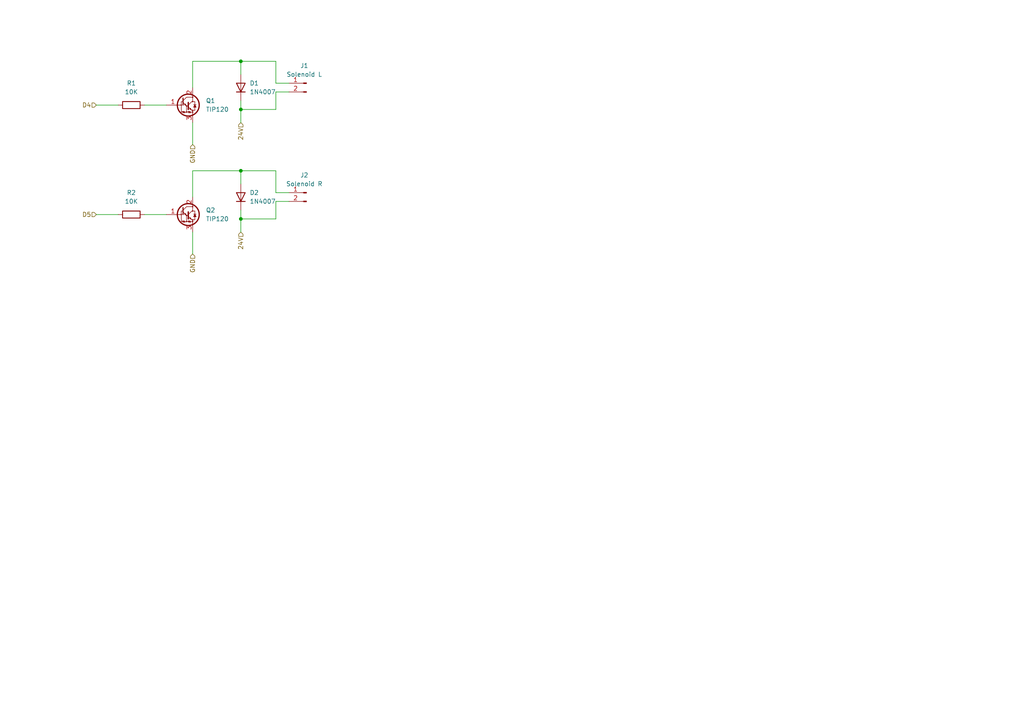
<source format=kicad_sch>
(kicad_sch (version 20231120) (generator "eeschema") (generator_version "8.0")
  (paper "A4")
  (lib_symbols
    (symbol "Connector:Conn_01x02_Pin" (pin_names (offset 1.016) hide)
      (property "Reference" "J" (at 0 2.54 0))
      (property "Value" "Conn_01x02_Pin" (at 0 -5.08 0))
      (symbol "Conn_01x02_Pin_1_1"
        (polyline (pts (xy 1.27 -2.54) (xy 0.8636 -2.54)) (stroke (width 0.1524)))
        (polyline (pts (xy 1.27 0) (xy 0.8636 0)) (stroke (width 0.1524)))
        (rectangle (start 0.8636 -2.413) (end 0 -2.667) (stroke (width 0.1524)) (fill (type outline)))
        (rectangle (start 0.8636 0.127) (end 0 -0.127) (stroke (width 0.1524)) (fill (type outline)))
        (pin passive line (at 5.08 0 180) (length 3.81) (name "Pin_1") (number "1"))
        (pin passive line (at 5.08 -2.54 180) (length 3.81) (name "Pin_2") (number "2"))
      )
    )
    (symbol "Device:R" (pin_numbers hide) (pin_names (offset 0))
      (property "Reference" "R" (at 2.032 0 90))
      (property "Value" "R" (at 0 0 90))
      (symbol "R_0_1"
        (rectangle (start -1.016 -2.54) (end 1.016 2.54) (stroke (width 0.254)))
      )
      (symbol "R_1_1"
        (pin passive line (at 0 3.81 270) (length 1.27) (name "~") (number "1"))
        (pin passive line (at 0 -3.81 90) (length 1.27) (name "~") (number "2"))
      )
    )
    (symbol "Diode:1N4007" (pin_numbers hide) (pin_names hide)
      (property "Reference" "D" (at 0 2.54 0))
      (property "Value" "1N4007" (at 0 -2.54 0))
      (symbol "1N4007_0_1"
        (polyline (pts (xy -1.27 1.27) (xy -1.27 -1.27)) (stroke (width 0.254)))
        (polyline (pts (xy 1.27 0) (xy -1.27 0)))
        (polyline (pts (xy 1.27 1.27) (xy 1.27 -1.27) (xy -1.27 0) (xy 1.27 1.27)) (stroke (width 0.254)))
      )
      (symbol "1N4007_1_1"
        (pin passive line (at -3.81 0 0) (length 2.54) (name "K") (number "1"))
        (pin passive line (at 3.81 0 180) (length 2.54) (name "A") (number "2"))
      )
    )
    (symbol "Transistor_BJT:TIP120" (pin_names (offset 0) hide)
      (property "Reference" "Q" (at 5.08 1.905 0))
      (property "Value" "TIP120" (at 5.08 0 0))
      (symbol "TIP120_0_1"
        (circle (center -0.762 0) (radius 0.127))
        (polyline (pts (xy -1.27 0) (xy -0.889 0)))
        (polyline (pts (xy 2.54 -2.032) (xy 2.54 -2.54)))
        (polyline (pts (xy 2.54 -1.524) (xy 3.175 -1.524)))
        (polyline (pts (xy 2.794 0.127) (xy 3.556 0.127)))
        (polyline (pts (xy 3.175 -0.635) (xy 3.175 -1.524)))
        (polyline (pts (xy 3.175 1.016) (xy 2.54 1.016)))
        (polyline (pts (xy 3.175 1.016) (xy 3.175 0.127)))
        (polyline (pts (xy -0.254 0.762) (xy 0.762 -0.254) (xy 1.27 -0.254)))
        (polyline (pts (xy -0.254 1.016) (xy -0.762 1.016) (xy -0.762 -2.032)))
        (polyline (pts (xy -0.254 1.27) (xy 0.762 2.286) (xy 2.54 2.286)))
        (polyline (pts (xy -0.254 2.032) (xy -0.254 0) (xy -0.254 0)) (stroke (width 0.3048)))
        (polyline (pts (xy 1.27 0.762) (xy 1.27 -1.27) (xy 1.27 -1.27)) (stroke (width 0.381)))
        (polyline (pts (xy 0.635 -0.127) (xy 0.381 0.381) (xy 0.127 0.127) (xy 0.635 -0.127)))
        (polyline (pts (xy 1.27 -0.508) (xy 2.286 -1.524) (xy 2.54 -1.524) (xy 2.54 -2.032)))
        (polyline (pts (xy 1.27 0) (xy 2.286 1.016) (xy 2.54 1.016) (xy 2.54 2.286)))
        (polyline (pts (xy 2.159 -1.397) (xy 1.905 -0.889) (xy 1.651 -1.143) (xy 2.159 -1.397)))
        (polyline (pts (xy 3.175 0.127) (xy 2.794 -0.635) (xy 3.556 -0.635) (xy 3.175 0.127)) (fill (type outline)))
        (polyline (pts (xy 0.762 -2.032) (xy 0.381 -2.032) (xy 0.254 -2.286) (xy 0.127 -1.778) (xy 0 -2.286) (xy -0.127 -1.778) (xy -0.254 -2.286) (xy -0.381 -1.778) (xy -0.508 -2.032) (xy -0.762 -2.032)))
        (polyline (pts (xy 0.762 -0.254) (xy 0.762 -2.032) (xy 1.143 -2.032) (xy 1.27 -1.778) (xy 1.397 -2.286) (xy 1.524 -1.778) (xy 1.651 -2.286) (xy 1.778 -1.778) (xy 1.905 -2.286) (xy 2.032 -2.032) (xy 2.54 -2.032)))
        (circle (center 0.762 -2.032) (radius 0.127))
        (circle (center 0.762 -0.254) (radius 0.127))
        (circle (center 1.27 0) (radius 3.175) (stroke (width 0.3556)))
        (circle (center 2.54 -2.032) (radius 0.127))
        (circle (center 2.54 -1.524) (radius 0.127))
        (circle (center 2.54 1.016) (radius 0.127))
        (circle (center 2.54 2.286) (radius 0.127))
      )
      (symbol "TIP120_1_1"
        (pin input line (at -5.08 0 0) (length 3.81) (name "B") (number "1"))
        (pin passive line (at 2.54 5.08 270) (length 2.667) (name "C") (number "2"))
        (pin passive line (at 2.54 -5.08 90) (length 2.54) (name "E") (number "3"))
      )
    )
  )
  (junction (at 69.85 49.53))
  (junction (at 69.85 63.5))
  (junction (at 69.85 17.78))
  (junction (at 69.85 31.75))
  (wire (pts (xy 55.88 25.4) (xy 55.88 17.78)))
  (wire (pts (xy 55.88 67.31) (xy 55.88 73.66)))
  (wire (pts (xy 69.85 31.75) (xy 69.85 35.56)))
  (wire (pts (xy 83.82 24.13) (xy 80.01 24.13)))
  (wire (pts (xy 69.85 17.78) (xy 69.85 21.59)))
  (wire (pts (xy 80.01 58.42) (xy 80.01 63.5)))
  (wire (pts (xy 80.01 24.13) (xy 80.01 17.78)))
  (wire (pts (xy 41.91 30.48) (xy 48.26 30.48)))
  (wire (pts (xy 69.85 63.5) (xy 69.85 67.31)))
  (wire (pts (xy 69.85 31.75) (xy 69.85 29.21)))
  (wire (pts (xy 27.94 62.23) (xy 34.29 62.23)))
  (wire (pts (xy 83.82 26.67) (xy 80.01 26.67)))
  (wire (pts (xy 69.85 49.53) (xy 69.85 53.34)))
  (wire (pts (xy 55.88 35.56) (xy 55.88 41.91)))
  (wire (pts (xy 41.91 62.23) (xy 48.26 62.23)))
  (wire (pts (xy 55.88 57.15) (xy 55.88 49.53)))
  (wire (pts (xy 27.94 30.48) (xy 34.29 30.48)))
  (wire (pts (xy 83.82 58.42) (xy 80.01 58.42)))
  (wire (pts (xy 83.82 55.88) (xy 80.01 55.88)))
  (wire (pts (xy 80.01 26.67) (xy 80.01 31.75)))
  (wire (pts (xy 55.88 17.78) (xy 69.85 17.78)))
  (wire (pts (xy 80.01 63.5) (xy 69.85 63.5)))
  (wire (pts (xy 80.01 49.53) (xy 69.85 49.53)))
  (wire (pts (xy 55.88 49.53) (xy 69.85 49.53)))
  (wire (pts (xy 80.01 17.78) (xy 69.85 17.78)))
  (wire (pts (xy 80.01 31.75) (xy 69.85 31.75)))
  (wire (pts (xy 69.85 63.5) (xy 69.85 60.96)))
  (wire (pts (xy 80.01 55.88) (xy 80.01 49.53)))
  (hierarchical_label "GND" (shape input) (at 55.88 41.91 270))
  (hierarchical_label "24V" (shape input) (at 69.85 67.31 270))
  (hierarchical_label "24V" (shape input) (at 69.85 35.56 270))
  (hierarchical_label "GND" (shape input) (at 55.88 73.66 270))
  (hierarchical_label "D4" (shape input) (at 27.94 30.48 180))
  (hierarchical_label "D5" (shape input) (at 27.94 62.23 180))
  (symbol (lib_id "Diode:1N4007") (at 69.85 57.15 90) (unit 1)
    (property "Reference" "D2" (at 72.39 55.8799 90) (effects (justify right)))
    (property "Value" "1N4007" (at 72.39 58.4199 90) (effects (justify right)))
    (property "Footprint" "Diode_THT:D_DO-41_SOD81_P10.16mm_Horizontal" (effects (hide yes)))
    (property "Datasheet" "http://www.vishay.com/docs/88503/1n4001.pdf" (effects (hide yes)))
    (property "Description" "1000V 1A General Purpose Rectifier Diode, DO-41" (effects (hide yes)))
    (property "Sim.Device" "D" (effects (hide yes)))
    (property "Sim.Pins" "1=K 2=A" (effects (hide yes)))
  )
  (symbol (lib_id "Connector:Conn_01x02_Pin") (at 88.9 24.13 0) (mirror y) (unit 1)
    (property "Reference" "J1" (at 88.265 19.05 0))
    (property "Value" "Solenoid L" (at 88.265 21.59 0))
    (property "Footprint" "Connector_Molex:Molex_KK-396_5273-02A_1x02_P3.96mm_Vertical" (effects (hide yes)))
    (property "Description" "Generic connector, single row, 01x02, script generated" (effects (hide yes)))
  )
  (symbol (lib_id "Diode:1N4007") (at 69.85 25.4 90) (unit 1)
    (property "Reference" "D1" (at 72.39 24.1299 90) (effects (justify right)))
    (property "Value" "1N4007" (at 72.39 26.6699 90) (effects (justify right)))
    (property "Footprint" "Diode_THT:D_DO-41_SOD81_P10.16mm_Horizontal" (effects (hide yes)))
    (property "Datasheet" "http://www.vishay.com/docs/88503/1n4001.pdf" (effects (hide yes)))
    (property "Description" "1000V 1A General Purpose Rectifier Diode, DO-41" (effects (hide yes)))
    (property "Sim.Device" "D" (effects (hide yes)))
    (property "Sim.Pins" "1=K 2=A" (effects (hide yes)))
  )
  (symbol (lib_id "Device:R") (at 38.1 62.23 90) (unit 1)
    (property "Reference" "R2" (at 38.1 55.88 90))
    (property "Value" "10K" (at 38.1 58.42 90))
    (property "Footprint" "Resistor_SMD:R_0201_0603Metric_Pad0.64x0.40mm_HandSolder" (effects (hide yes)))
    (property "Description" "Resistor" (effects (hide yes)))
  )
  (symbol (lib_id "Transistor_BJT:TIP120") (at 53.34 30.48 0) (unit 1)
    (property "Reference" "Q1" (at 59.69 29.2099 0) (effects (justify left)))
    (property "Value" "TIP120" (at 59.69 31.7499 0) (effects (justify left)))
    (property "Footprint" "Package_TO_SOT_THT:TO-220-3_Horizontal_TabDown" (effects (hide yes)))
    (property "Datasheet" "https://www.onsemi.com/pub/Collateral/TIP120-D.PDF" (effects (hide yes)))
    (property "Description" "5A Ic, 60V Vce, Silicon Darlington Power NPN Transistor, TO-220" (effects (hide yes)))
  )
  (symbol (lib_id "Transistor_BJT:TIP120") (at 53.34 62.23 0) (unit 1)
    (property "Reference" "Q2" (at 59.69 60.9599 0) (effects (justify left)))
    (property "Value" "TIP120" (at 59.69 63.4999 0) (effects (justify left)))
    (property "Footprint" "Package_TO_SOT_THT:TO-220-3_Horizontal_TabDown" (effects (hide yes)))
    (property "Datasheet" "https://www.onsemi.com/pub/Collateral/TIP120-D.PDF" (effects (hide yes)))
    (property "Description" "5A Ic, 60V Vce, Silicon Darlington Power NPN Transistor, TO-220" (effects (hide yes)))
  )
  (symbol (lib_id "Connector:Conn_01x02_Pin") (at 88.9 55.88 0) (mirror y) (unit 1)
    (property "Reference" "J2" (at 88.265 50.8 0))
    (property "Value" "Solenoid R" (at 88.265 53.34 0))
    (property "Footprint" "Connector_Molex:Molex_KK-396_5273-02A_1x02_P3.96mm_Vertical" (effects (hide yes)))
    (property "Description" "Generic connector, single row, 01x02, script generated" (effects (hide yes)))
  )
  (symbol (lib_id "Device:R") (at 38.1 30.48 90) (unit 1)
    (property "Reference" "R1" (at 38.1 24.13 90))
    (property "Value" "10K" (at 38.1 26.67 90))
    (property "Footprint" "Resistor_SMD:R_0201_0603Metric_Pad0.64x0.40mm_HandSolder" (effects (hide yes)))
    (property "Description" "Resistor" (effects (hide yes)))
  )
)
</source>
